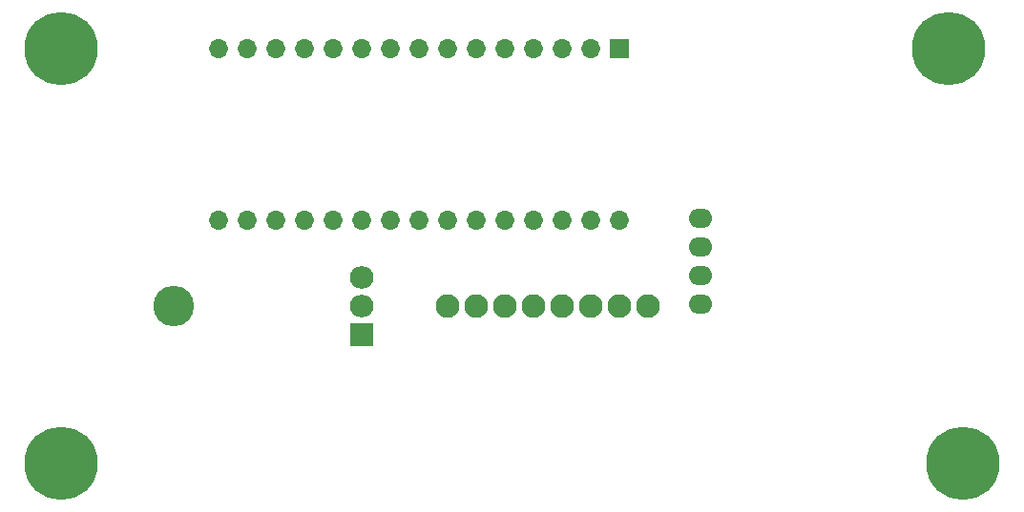
<source format=gbr>
G04 #@! TF.GenerationSoftware,KiCad,Pcbnew,(5.1.8)-1*
G04 #@! TF.CreationDate,2021-04-20T10:50:45+02:00*
G04 #@! TF.ProjectId,PB170,50423137-302e-46b6-9963-61645f706362,rev?*
G04 #@! TF.SameCoordinates,Original*
G04 #@! TF.FileFunction,Soldermask,Bot*
G04 #@! TF.FilePolarity,Negative*
%FSLAX46Y46*%
G04 Gerber Fmt 4.6, Leading zero omitted, Abs format (unit mm)*
G04 Created by KiCad (PCBNEW (5.1.8)-1) date 2021-04-20 10:50:45*
%MOMM*%
%LPD*%
G01*
G04 APERTURE LIST*
%ADD10O,2.102000X2.007000*%
%ADD11O,3.602000X3.602000*%
%ADD12C,2.102000*%
%ADD13O,2.102000X1.702000*%
%ADD14O,1.702000X1.702000*%
%ADD15C,6.502000*%
G04 APERTURE END LIST*
D10*
X66040000Y-57150000D03*
X66040000Y-59690000D03*
G36*
G01*
X67040000Y-63233500D02*
X65040000Y-63233500D01*
G75*
G02*
X64989000Y-63182500I0J51000D01*
G01*
X64989000Y-61277500D01*
G75*
G02*
X65040000Y-61226500I51000J0D01*
G01*
X67040000Y-61226500D01*
G75*
G02*
X67091000Y-61277500I0J-51000D01*
G01*
X67091000Y-63182500D01*
G75*
G02*
X67040000Y-63233500I-51000J0D01*
G01*
G37*
D11*
X49380000Y-59690000D03*
D12*
X73660000Y-59690000D03*
X76200000Y-59690000D03*
X78740000Y-59690000D03*
X81280000Y-59690000D03*
X83820000Y-59690000D03*
X86360000Y-59690000D03*
X88900000Y-59690000D03*
X91440000Y-59690000D03*
D13*
X96080000Y-56960000D03*
X96080000Y-59500000D03*
X96080000Y-54420000D03*
X96080000Y-51880000D03*
D14*
X53340000Y-52070000D03*
X53340000Y-36830000D03*
X88900000Y-52070000D03*
X55880000Y-36830000D03*
X86360000Y-52070000D03*
X58420000Y-36830000D03*
X83820000Y-52070000D03*
X60960000Y-36830000D03*
X81280000Y-52070000D03*
X63500000Y-36830000D03*
X78740000Y-52070000D03*
X66040000Y-36830000D03*
X76200000Y-52070000D03*
X68580000Y-36830000D03*
X73660000Y-52070000D03*
X71120000Y-36830000D03*
X71120000Y-52070000D03*
X73660000Y-36830000D03*
X68580000Y-52070000D03*
X76200000Y-36830000D03*
X66040000Y-52070000D03*
X78740000Y-36830000D03*
X63500000Y-52070000D03*
X81280000Y-36830000D03*
X60960000Y-52070000D03*
X83820000Y-36830000D03*
X58420000Y-52070000D03*
X86360000Y-36830000D03*
X55880000Y-52070000D03*
G36*
G01*
X88100000Y-35979000D02*
X89700000Y-35979000D01*
G75*
G02*
X89751000Y-36030000I0J-51000D01*
G01*
X89751000Y-37630000D01*
G75*
G02*
X89700000Y-37681000I-51000J0D01*
G01*
X88100000Y-37681000D01*
G75*
G02*
X88049000Y-37630000I0J51000D01*
G01*
X88049000Y-36030000D01*
G75*
G02*
X88100000Y-35979000I51000J0D01*
G01*
G37*
D15*
X39370000Y-73660000D03*
X119380000Y-73660000D03*
X118110000Y-36830000D03*
X39370000Y-36830000D03*
M02*

</source>
